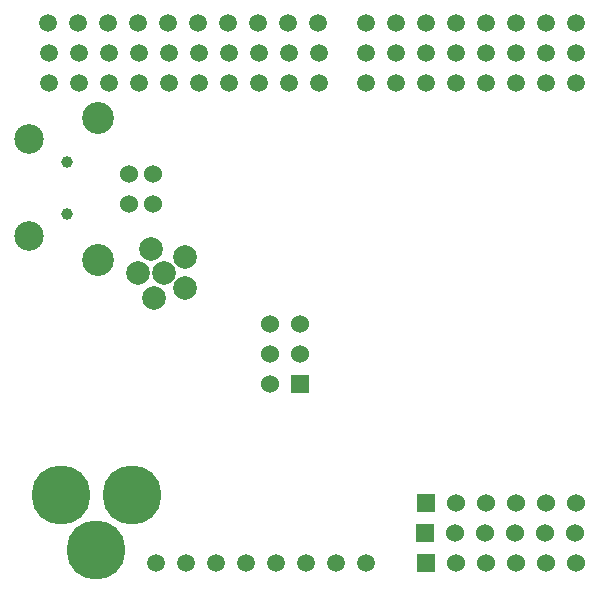
<source format=gbs>
G04 (created by PCBNEW (2013-mar-13)-testing) date T 04 juuni 2013 16:25:38 EEST*
%MOIN*%
G04 Gerber Fmt 3.4, Leading zero omitted, Abs format*
%FSLAX34Y34*%
G01*
G70*
G90*
G04 APERTURE LIST*
%ADD10C,0*%
%ADD11C,0.0590551*%
%ADD12R,0.06X0.06*%
%ADD13C,0.06*%
%ADD14C,0.0393701*%
%ADD15C,0.0984252*%
%ADD16C,0.19685*%
%ADD17C,0.0787402*%
%ADD18C,0.1063*%
G04 APERTURE END LIST*
G54D10*
G54D11*
X6803Y685D03*
X7803Y685D03*
X8803Y685D03*
X9803Y685D03*
X10803Y685D03*
X11803Y685D03*
X12803Y685D03*
X5803Y685D03*
X13803Y18685D03*
X14803Y18685D03*
X15803Y18685D03*
X16803Y18685D03*
X17803Y18685D03*
X18803Y18685D03*
X19803Y18685D03*
X12803Y18685D03*
G54D12*
X14803Y685D03*
G54D13*
X15803Y685D03*
X16803Y685D03*
X17803Y685D03*
X18803Y685D03*
X19803Y685D03*
G54D11*
X3203Y18685D03*
X4203Y18685D03*
X5203Y18685D03*
X6203Y18685D03*
X7203Y18685D03*
X8203Y18685D03*
X9203Y18685D03*
X2203Y18685D03*
X10203Y18685D03*
X11203Y18685D03*
X13799Y17677D03*
X14799Y17677D03*
X15799Y17677D03*
X16799Y17677D03*
X17799Y17677D03*
X18799Y17677D03*
X19799Y17677D03*
X12799Y17677D03*
X13799Y16673D03*
X14799Y16673D03*
X15799Y16673D03*
X16799Y16673D03*
X17799Y16673D03*
X18799Y16673D03*
X19799Y16673D03*
X12799Y16673D03*
G54D12*
X14783Y1673D03*
G54D13*
X15783Y1673D03*
X16783Y1673D03*
X17783Y1673D03*
X18783Y1673D03*
X19783Y1673D03*
G54D12*
X14803Y2677D03*
G54D13*
X15803Y2677D03*
X16803Y2677D03*
X17803Y2677D03*
X18803Y2677D03*
X19803Y2677D03*
G54D11*
X3232Y17677D03*
X4232Y17677D03*
X5232Y17677D03*
X6232Y17677D03*
X7232Y17677D03*
X8232Y17677D03*
X9232Y17677D03*
X2232Y17677D03*
X10232Y17677D03*
X11232Y17677D03*
X3232Y16673D03*
X4232Y16673D03*
X5232Y16673D03*
X6232Y16673D03*
X7232Y16673D03*
X8232Y16673D03*
X9232Y16673D03*
X2232Y16673D03*
X10232Y16673D03*
X11232Y16673D03*
G54D14*
X2826Y12312D03*
X2826Y14055D03*
G54D15*
X1574Y11574D03*
X1574Y14803D03*
G54D16*
X3818Y1102D03*
X5000Y2952D03*
X2637Y2952D03*
G54D17*
X6771Y10866D03*
X6062Y10354D03*
X6771Y9842D03*
X5748Y9527D03*
X5196Y10354D03*
X5629Y11141D03*
G54D12*
X10618Y6637D03*
G54D13*
X9618Y6637D03*
X10618Y7637D03*
X9618Y7637D03*
X10618Y8637D03*
X9618Y8637D03*
X5708Y12649D03*
X5708Y13649D03*
X4921Y13649D03*
X4921Y12649D03*
G54D18*
X3858Y10787D03*
X3858Y15511D03*
M02*

</source>
